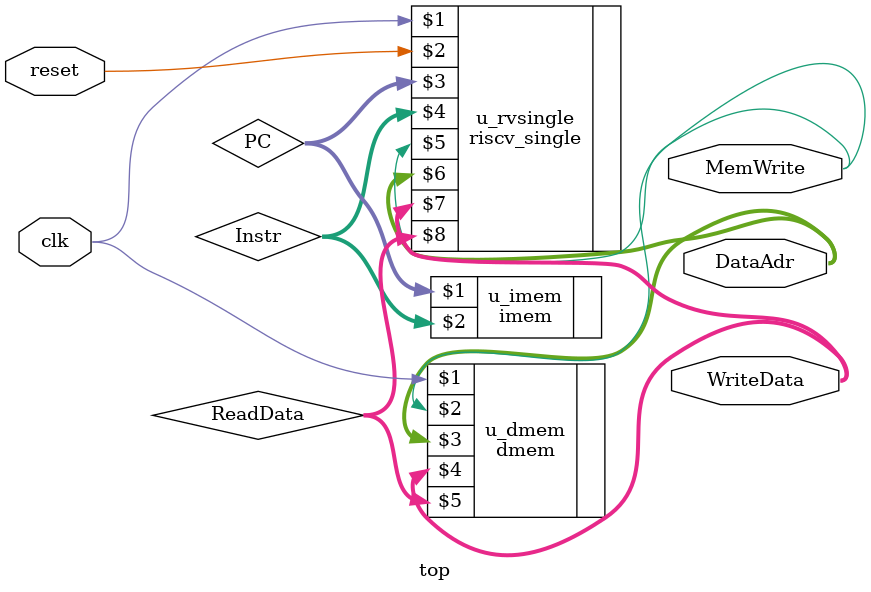
<source format=v>
module top(
    input        clk,
    input        reset,
    output [31:0] WriteData,
    output [31:0] DataAdr,
    output        MemWrite
);
  wire [31:0] PC;
  wire [31:0] Instr;
  wire [31:0] ReadData;

  // CPU
  riscv_single u_rvsingle (
    clk,
    reset,
    PC,
    Instr,
    MemWrite,
    DataAdr,
    WriteData,
    ReadData
  );

  // instr mem
  imem u_imem (
    PC,
    Instr
  );

  // data mem
  dmem u_dmem (
    clk,
    MemWrite,
    DataAdr,
    WriteData,
    ReadData
  );
endmodule

</source>
